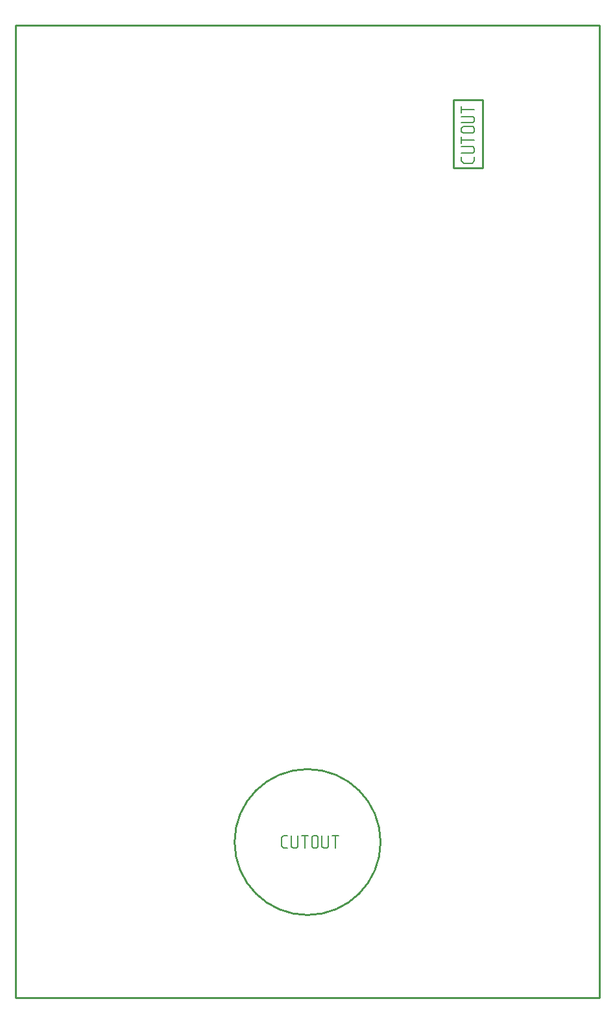
<source format=gbr>
G04 start of page 4 for group 2 idx 2 *
G04 Title: (unknown), outline *
G04 Creator: pcb 4.0.2 *
G04 CreationDate: Wed Jun 16 02:35:33 2021 UTC *
G04 For: railfan *
G04 Format: Gerber/RS-274X *
G04 PCB-Dimensions (mil): 3000.00 5000.00 *
G04 PCB-Coordinate-Origin: lower left *
%MOIN*%
%FSLAX25Y25*%
%LNOUTLINE*%
%ADD34C,0.0080*%
%ADD33C,0.0100*%
G54D33*X300000Y0D02*Y500000D01*
X0D01*
X225000Y461500D02*Y426500D01*
X240000D01*
Y461500D01*
X225000D01*
X0Y500000D02*Y0D01*
X300000D01*
X150000Y42500D02*G75*G03X150000Y42500I0J37500D01*G01*
G54D34*X137641Y76850D02*X139760D01*
X136500Y77991D02*X137641Y76850D01*
X136500Y82229D02*Y77991D01*
Y82229D02*X137641Y83370D01*
X139760D01*
X141716D02*Y77665D01*
X142531Y76850D01*
X144161D01*
X144976Y77665D01*
Y83370D02*Y77665D01*
X146932Y83370D02*X150192D01*
X148562D02*Y76850D01*
X152148Y82555D02*Y77665D01*
Y82555D02*X152963Y83370D01*
X154593D01*
X155408Y82555D01*
Y77665D01*
X154593Y76850D02*X155408Y77665D01*
X152963Y76850D02*X154593D01*
X152148Y77665D02*X152963Y76850D01*
X157364Y83370D02*Y77665D01*
X158179Y76850D01*
X159809D01*
X160624Y77665D01*
Y83370D02*Y77665D01*
X162580Y83370D02*X165840D01*
X164210D02*Y76850D01*
X235650Y432260D02*Y430141D01*
X234509Y429000D02*X235650Y430141D01*
X230271Y429000D02*X234509D01*
X230271D02*X229130Y430141D01*
Y432260D02*Y430141D01*
Y434216D02*X234835D01*
X235650Y435031D01*
Y436661D02*Y435031D01*
Y436661D02*X234835Y437476D01*
X229130D02*X234835D01*
X229130Y442692D02*Y439432D01*
Y441062D02*X235650D01*
X229945Y444648D02*X234835D01*
X229945D02*X229130Y445463D01*
Y447093D02*Y445463D01*
Y447093D02*X229945Y447908D01*
X234835D01*
X235650Y447093D02*X234835Y447908D01*
X235650Y447093D02*Y445463D01*
X234835Y444648D02*X235650Y445463D01*
X229130Y449864D02*X234835D01*
X235650Y450679D01*
Y452309D02*Y450679D01*
Y452309D02*X234835Y453124D01*
X229130D02*X234835D01*
X229130Y458340D02*Y455080D01*
Y456710D02*X235650D01*
M02*

</source>
